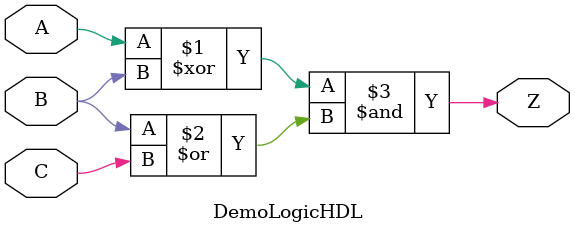
<source format=sv>



module DemoLogicHDL(
	input logic A, B, C, 
	output logic Z
); 


assign Z = (A ^ B) & (B | C);



endmodule
</source>
